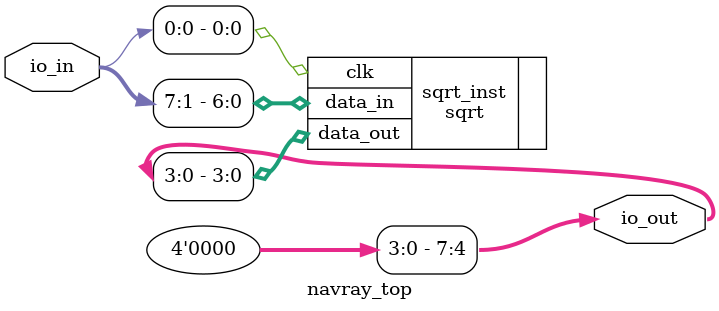
<source format=sv>

`default_nettype none

module navray_top (
  input  wire [7:0] io_in,
  output reg  [7:0] io_out
);

  assign io_out[7:4] = 4'b0;
  
  sqrt sqrt_inst (
    .clk     (io_in[0]),
    .data_in (io_in[7:1]),
    .data_out(io_out[3:0])
  );
endmodule

</source>
